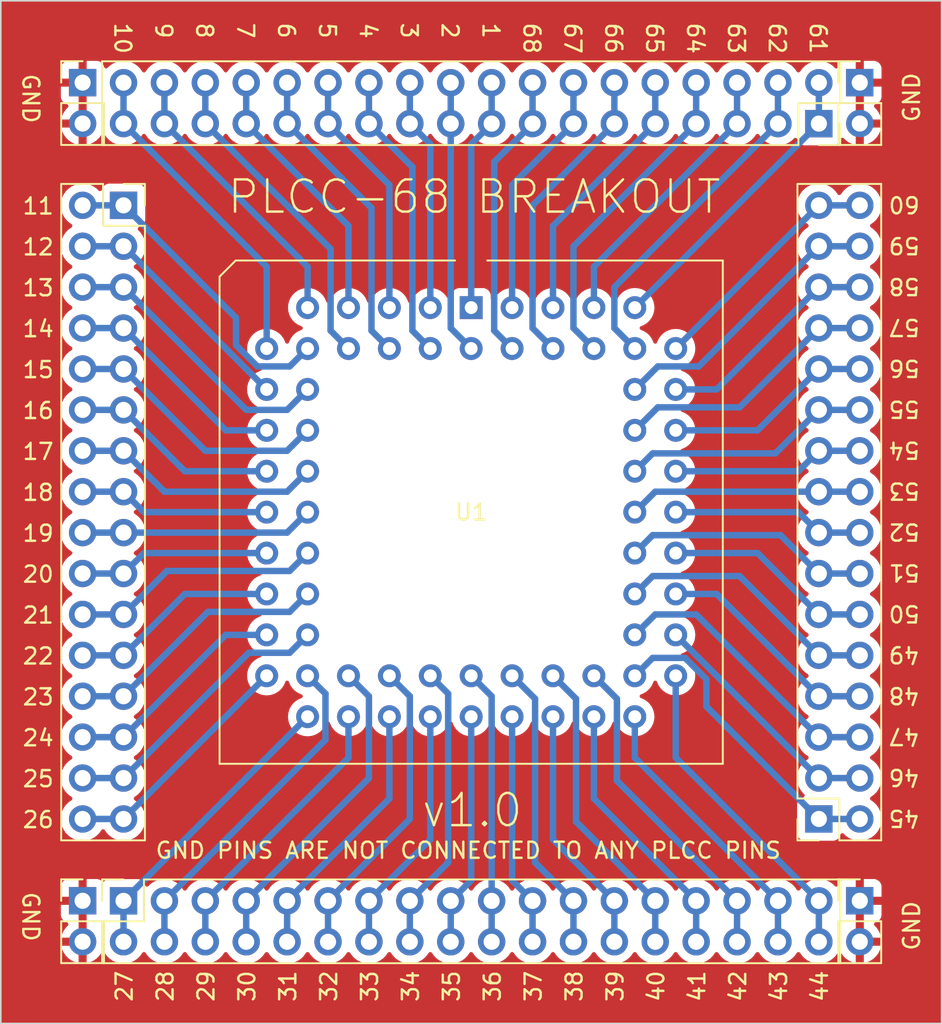
<source format=kicad_pcb>
(kicad_pcb (version 20221018) (generator pcbnew)
  (layers (0 "F.Cu" signal) (31 "B.Cu" signal) (34 "B.Paste" user) (35 "F.Paste" user) (36 "B.SilkS" user "B.Silkscreen") (37 "F.SilkS" user "F.Silkscreen") (38 "B.Mask" user) (39 "F.Mask" user) (44 "Edge.Cuts" user))
  (net 0 "")
  (net 1 "/1")
  (net 2 "/2")
  (net 3 "/3")
  (net 4 "/4")
  (net 5 "/5")
  (net 6 "/6")
  (net 7 "/7")
  (net 8 "/8")
  (net 9 "/9")
  (net 10 "/10")
  (net 11 "/11")
  (net 12 "/12")
  (net 13 "/13")
  (net 14 "/14")
  (net 15 "/15")
  (net 16 "/16")
  (net 17 "/17")
  (net 18 "/18")
  (net 19 "/19")
  (net 20 "/20")
  (net 21 "/21")
  (net 22 "/22")
  (net 23 "/23")
  (net 24 "/24")
  (net 25 "/25")
  (net 26 "/26")
  (net 27 "/27")
  (net 28 "/28")
  (net 29 "/29")
  (net 30 "/30")
  (net 31 "/31")
  (net 32 "/32")
  (net 33 "/33")
  (net 34 "/34")
  (net 35 "/35")
  (net 36 "/36")
  (net 37 "/37")
  (net 38 "/38")
  (net 39 "/39")
  (net 40 "/40")
  (net 41 "/41")
  (net 42 "/42")
  (net 43 "/43")
  (net 44 "/44")
  (net 45 "/45")
  (net 46 "/46")
  (net 47 "/47")
  (net 48 "/48")
  (net 49 "/49")
  (net 50 "/50")
  (net 51 "/51")
  (net 52 "/52")
  (net 53 "/53")
  (net 54 "/54")
  (net 55 "/55")
  (net 56 "/56")
  (net 57 "/57")
  (net 58 "/58")
  (net 59 "/59")
  (net 60 "/60")
  (net 61 "/61")
  (net 62 "/62")
  (net 63 "/63")
  (net 64 "/64")
  (net 65 "/65")
  (net 66 "/66")
  (net 67 "/67")
  (net 68 "/68")
  (net 69 "GND")
  (footprint "Package_LCC:PLCC-68_THT-Socket" (layer "F.Cu") (at 138.43 85.09)
    (fp_text reference "U1")
    (fp_text value "Generic_68_Pins")
  )
  (footprint "Connector_PinSocket_2.54mm:PinSocket_2x18_P2.54mm_Vertical" (layer "F.Cu") (at 160.02 73.665 -90)
    (fp_text reference "J1" hide)
    (fp_text value "Conn_02x18_Odd_Even" hide)
  )
  (footprint "Connector_PinSocket_2.54mm:PinSocket_2x16_P2.54mm_Vertical" (layer "F.Cu") (at 160.02 116.84 180)
    (fp_text reference "J4" hide)
    (fp_text value "Conn_02x16_Odd_Even" hide)
  )
  (footprint "Connector_PinHeader_2.54mm:PinHeader_1x02_P2.54mm_Vertical" (layer "F.Cu") (at 162.56 71.12)
    (fp_text reference "J8" hide)
    (fp_text value "Conn_01x02" hide)
  )
  (footprint "Connector_PinHeader_2.54mm:PinHeader_1x02_P2.54mm_Vertical" (layer "F.Cu") (at 114.3 71.12)
    (fp_text reference "J5" hide)
    (fp_text value "Conn_01x02" hide)
  )
  (footprint "Connector_PinHeader_2.54mm:PinHeader_1x02_P2.54mm_Vertical" (layer "F.Cu") (at 114.3 121.92)
    (fp_text reference "J6" hide)
    (fp_text value "Conn_01x02" hide)
  )
  (footprint "Connector_PinHeader_2.54mm:PinHeader_1x02_P2.54mm_Vertical" (layer "F.Cu") (at 162.56 121.92)
    (fp_text reference "J7" hide)
    (fp_text value "Conn_01x02" hide)
  )
  (footprint "Connector_PinSocket_2.54mm:PinSocket_2x18_P2.54mm_Vertical" (layer "F.Cu") (at 116.84 121.925 90)
    (fp_text reference "J3" hide)
    (fp_text value "Conn_02x18_Odd_Even" hide)
  )
  (footprint "Connector_PinSocket_2.54mm:PinSocket_2x16_P2.54mm_Vertical" (layer "F.Cu") (at 116.84 78.74)
    (fp_text reference "J2" hide)
    (fp_text value "Conn_02x16_Odd_Even" hide)
  )
  (gr_rect (start 109.22 66.04) (end 167.64 129.54) (stroke (width 0.1)) (fill none) (layer "Edge.Cuts"))
  (gr_text "GND" (at 110.49 70.485 -90) (layer "F.SilkS") (effects (font (size 1 1)) (justify left bottom)))
  (gr_text "28" (at 120.015 128.275 90) (layer "F.SilkS") (effects (font (size 1 1)) (justify left bottom)))
  (gr_text "11" (at 110.49 79.375) (layer "F.SilkS") (effects (font (size 1 1)) (justify left bottom)))
  (gr_text "38" (at 145.415 128.275 90) (layer "F.SilkS") (effects (font (size 1 1)) (justify left bottom)))
  (gr_text "39" (at 147.955 128.275 90) (layer "F.SilkS") (effects (font (size 1 1)) (justify left bottom)))
  (gr_text "43" (at 158.115 128.275 90) (layer "F.SilkS") (effects (font (size 1 1)) (justify left bottom)))
  (gr_text "8" (at 121.285 67.315 -90) (layer "F.SilkS") (effects (font (size 1 1)) (justify left bottom)))
  (gr_text "PLCC-68 BREAKOUT" (at 123.19 79.38) (layer "F.SilkS") (effects (font (size 2 2)) (justify left bottom)))
  (gr_text "48" (at 166.37 108.585 180) (layer "F.SilkS") (effects (font (size 1 1)) (justify left bottom)))
  (gr_text "56" (at 166.37 88.265 180) (layer "F.SilkS") (effects (font (size 1 1)) (justify left bottom)))
  (gr_text "21" (at 110.49 104.775) (layer "F.SilkS") (effects (font (size 1 1)) (justify left bottom)))
  (gr_text "63" (at 154.305 67.315 -90) (layer "F.SilkS") (effects (font (size 1 1)) (justify left bottom)))
  (gr_text "30" (at 125.095 128.275 90) (layer "F.SilkS") (effects (font (size 1 1)) (justify left bottom)))
  (gr_text "25" (at 110.49 114.935) (layer "F.SilkS") (effects (font (size 1 1)) (justify left bottom)))
  (gr_text "51" (at 166.37 100.965 180) (layer "F.SilkS") (effects (font (size 1 1)) (justify left bottom)))
  (gr_text "29" (at 122.555 128.275 90) (layer "F.SilkS") (effects (font (size 1 1)) (justify left bottom)))
  (gr_text "14" (at 110.49 86.995) (layer "F.SilkS") (effects (font (size 1 1)) (justify left bottom)))
  (gr_text "20" (at 110.49 102.235) (layer "F.SilkS") (effects (font (size 1 1)) (justify left bottom)))
  (gr_text "36" (at 140.335 128.275 90) (layer "F.SilkS") (effects (font (size 1 1)) (justify left bottom)))
  (gr_text "46" (at 166.37 113.665 180) (layer "F.SilkS") (effects (font (size 1 1)) (justify left bottom)))
  (gr_text "61" (at 159.385 67.315 -90) (layer "F.SilkS") (effects (font (size 1 1)) (justify left bottom)))
  (gr_text "50" (at 166.37 103.505 180) (layer "F.SilkS") (effects (font (size 1 1)) (justify left bottom)))
  (gr_text "3" (at 133.985 67.315 -90) (layer "F.SilkS") (effects (font (size 1 1)) (justify left bottom)))
  (gr_text "GND" (at 166.37 125.095 90) (layer "F.SilkS") (effects (font (size 1 1)) (justify left bottom)))
  (gr_text "52" (at 166.37 98.425 180) (layer "F.SilkS") (effects (font (size 1 1)) (justify left bottom)))
  (gr_text "54" (at 166.37 93.345 180) (layer "F.SilkS") (effects (font (size 1 1)) (justify left bottom)))
  (gr_text "35" (at 137.795 128.275 90) (layer "F.SilkS") (effects (font (size 1 1)) (justify left bottom)))
  (gr_text "47" (at 166.37 111.125 180) (layer "F.SilkS") (effects (font (size 1 1)) (justify left bottom)))
  (gr_text "4" (at 131.445 67.315 -90) (layer "F.SilkS") (effects (font (size 1 1)) (justify left bottom)))
  (gr_text "49" (at 166.37 106.045 180) (layer "F.SilkS") (effects (font (size 1 1)) (justify left bottom)))
  (gr_text "GND" (at 110.49 121.285 -90) (layer "F.SilkS") (effects (font (size 1 1)) (justify left bottom)))
  (gr_text "32" (at 130.175 128.275 90) (layer "F.SilkS") (effects (font (size 1 1)) (justify left bottom)))
  (gr_text "33" (at 132.715 128.275 90) (layer "F.SilkS") (effects (font (size 1 1)) (justify left bottom)))
  (gr_text "19" (at 110.49 99.695) (layer "F.SilkS") (effects (font (size 1 1)) (justify left bottom)))
  (gr_text "41" (at 153.035 128.275 90) (layer "F.SilkS") (effects (font (size 1 1)) (justify left bottom)))
  (gr_text "55" (at 166.37 90.805 180) (layer "F.SilkS") (effects (font (size 1 1)) (justify left bottom)))
  (gr_text "5" (at 128.905 67.315 -90) (layer "F.SilkS") (effects (font (size 1 1)) (justify left bottom)))
  (gr_text "65" (at 149.225 67.315 -90) (layer "F.SilkS") (effects (font (size 1 1)) (justify left bottom)))
  (gr_text "58" (at 166.37 83.185 180) (layer "F.SilkS") (effects (font (size 1 1)) (justify left bottom)))
  (gr_text "44" (at 160.655 128.275 90) (layer "F.SilkS") (effects (font (size 1 1)) (justify left bottom)))
  (gr_text "42" (at 155.575 128.275 90) (layer "F.SilkS") (effects (font (size 1 1)) (justify left bottom)))
  (gr_text "23" (at 110.49 109.855) (layer "F.SilkS") (effects (font (size 1 1)) (justify left bottom)))
  (gr_text "57" (at 166.37 85.725 180) (layer "F.SilkS") (effects (font (size 1 1)) (justify left bottom)))
  (gr_text "62" (at 156.845 67.315 -90) (layer "F.SilkS") (effects (font (size 1 1)) (justify left bottom)))
  (gr_text "68" (at 141.605 67.315 -90) (layer "F.SilkS") (effects (font (size 1 1)) (justify left bottom)))
  (gr_text "34" (at 135.255 128.275 90) (layer "F.SilkS") (effects (font (size 1 1)) (justify left bottom)))
  (gr_text "31" (at 127.635 128.275 90) (layer "F.SilkS") (effects (font (size 1 1)) (justify left bottom)))
  (gr_text "7" (at 123.825 67.315 -90) (layer "F.SilkS") (effects (font (size 1 1)) (justify left bottom)))
  (gr_text "64" (at 151.765 67.315 -90) (layer "F.SilkS") (effects (font (size 1 1)) (justify left bottom)))
  (gr_text "10" (at 116.205 67.315 -90) (layer "F.SilkS") (effects (font (size 1 1)) (justify left bottom)))
  (gr_text "9" (at 118.745 67.315 -90) (layer "F.SilkS") (effects (font (size 1 1)) (justify left bottom)))
  (gr_text "67" (at 144.145 67.315 -90) (layer "F.SilkS") (effects (font (size 1 1)) (justify left bottom)))
  (gr_text "2" (at 136.525 67.315 -90) (layer "F.SilkS") (effects (font (size 1 1)) (justify left bottom)))
  (gr_text "6" (at 126.365 67.315 -90) (layer "F.SilkS") (effects (font (size 1 1)) (justify left bottom)))
  (gr_text "53" (at 166.37 95.885 180) (layer "F.SilkS") (effects (font (size 1 1)) (justify left bottom)))
  (gr_text "22" (at 110.49 107.315) (layer "F.SilkS") (effects (font (size 1 1)) (justify left bottom)))
  (gr_text "1" (at 139.065 67.315 -90) (layer "F.SilkS") (effects (font (size 1 1)) (justify left bottom)))
  (gr_text "37" (at 142.875 128.275 90) (layer "F.SilkS") (effects (font (size 1 1)) (justify left bottom)))
  (gr_text "18" (at 110.49 97.155) (layer "F.SilkS") (effects (font (size 1 1)) (justify left bottom)))
  (gr_text "26" (at 110.49 117.475) (layer "F.SilkS") (effects (font (size 1 1)) (justify left bottom)))
  (gr_text "16" (at 110.49 92.075) (layer "F.SilkS") (effects (font (size 1 1)) (justify left bottom)))
  (gr_text "59" (at 166.37 80.645 180) (layer "F.SilkS") (effects (font (size 1 1)) (justify left bottom)))
  (gr_text "15" (at 110.49 89.535) (layer "F.SilkS") (effects (font (size 1 1)) (justify left bottom)))
  (gr_text "24" (at 110.49 112.395) (layer "F.SilkS") (effects (font (size 1 1)) (justify left bottom)))
  (gr_text "GND" (at 166.37 73.66 90) (layer "F.SilkS") (effects (font (size 1 1)) (justify left bottom)))
  (gr_text "12" (at 110.49 81.915) (layer "F.SilkS") (effects (font (size 1 1)) (justify left bottom)))
  (gr_text "13" (at 110.49 84.455) (layer "F.SilkS") (effects (font (size 1 1)) (justify left bottom)))
  (gr_text "27" (at 117.475 128.275 90) (layer "F.SilkS") (effects (font (size 1 1)) (justify left bottom)))
  (gr_text "45" (at 166.37 116.205 180) (layer "F.SilkS") (effects (font (size 1 1)) (justify left bottom)))
  (gr_text "60" (at 166.37 78.105 180) (layer "F.SilkS") (effects (font (size 1 1)) (justify left bottom)))
  (gr_text "GND PINS ARE NOT CONNECTED TO ANY PLCC PINS" (at 118.745 119.38) (layer "F.SilkS") (effects (font (size 1 1)) (justify left bottom)))
  (gr_text "40" (at 150.495 128.275 90) (layer "F.SilkS") (effects (font (size 1 1)) (justify left bottom)))
  (gr_text "17" (at 110.49 94.615) (layer "F.SilkS") (effects (font (size 1 1)) (justify left bottom)))
  (gr_text "v1.0" (at 135.255 117.475) (layer "F.SilkS") (effects (font (size 2 2)) (justify left bottom)))
  (gr_text "66" (at 146.685 67.315 -90) (layer "F.SilkS") (effects (font (size 1 1)) (justify left bottom)))
  (segment (start 139.7 71.125) (end 139.7 73.665) (width 0.4) (layer "B.Cu") (net 1))
  (segment (start 138.43 74.935) (end 139.7 73.665) (width 0.4) (layer "B.Cu") (net 1))
  (segment (start 138.43 85.09) (end 138.43 74.935) (width 0.4) (layer "B.Cu") (net 1))
  (segment (start 138.43 87.63) (end 137.16 86.36) (width 0.4) (layer "B.Cu") (net 2))
  (segment (start 137.16 71.125) (end 137.16 73.665) (width 0.4) (layer "B.Cu") (net 2))
  (segment (start 137.16 86.36) (end 137.16 73.665) (width 0.4) (layer "B.Cu") (net 2))
  (segment (start 135.89 74.935) (end 134.62 73.665) (width 0.4) (layer "B.Cu") (net 3))
  (segment (start 135.89 85.09) (end 135.89 74.935) (width 0.4) (layer "B.Cu") (net 3))
  (segment (start 134.62 71.125) (end 134.62 73.665) (width 0.4) (layer "B.Cu") (net 3))
  (segment (start 132.08 71.125) (end 132.08 73.665) (width 0.4) (layer "B.Cu") (net 4))
  (segment (start 134.7788 86.5188) (end 134.7788 76.3638) (width 0.4) (layer "B.Cu") (net 4))
  (segment (start 134.7788 76.3638) (end 132.08 73.665) (width 0.4) (layer "B.Cu") (net 4))
  (segment (start 135.89 87.63) (end 134.7788 86.5188) (width 0.4) (layer "B.Cu") (net 4))
  (segment (start 133.35 77.475) (end 129.54 73.665) (width 0.4) (layer "B.Cu") (net 5))
  (segment (start 133.35 85.09) (end 133.35 77.475) (width 0.4) (layer "B.Cu") (net 5))
  (segment (start 129.54 71.125) (end 129.54 73.665) (width 0.4) (layer "B.Cu") (net 5))
  (segment (start 132.2388 86.5188) (end 132.2388 78.9038) (width 0.4) (layer "B.Cu") (net 6))
  (segment (start 127 71.125) (end 127 73.665) (width 0.4) (layer "B.Cu") (net 6))
  (segment (start 132.2388 78.9038) (end 127 73.665) (width 0.4) (layer "B.Cu") (net 6))
  (segment (start 133.35 87.63) (end 132.2388 86.5188) (width 0.4) (layer "B.Cu") (net 6))
  (segment (start 124.46 71.125) (end 124.46 73.665) (width 0.4) (layer "B.Cu") (net 7))
  (segment (start 130.81 80.015) (end 124.46 73.665) (width 0.4) (layer "B.Cu") (net 7))
  (segment (start 130.81 85.09) (end 130.81 80.015) (width 0.4) (layer "B.Cu") (net 7))
  (segment (start 130.81 87.63) (end 129.6988 86.5188) (width 0.4) (layer "B.Cu") (net 8))
  (segment (start 129.6988 86.5188) (end 129.6988 81.4438) (width 0.4) (layer "B.Cu") (net 8))
  (segment (start 129.6988 81.4438) (end 121.92 73.665) (width 0.4) (layer "B.Cu") (net 8))
  (segment (start 121.92 71.125) (end 121.92 73.665) (width 0.4) (layer "B.Cu") (net 8))
  (segment (start 128.27 85.09) (end 128.27 82.555) (width 0.4) (layer "B.Cu") (net 9))
  (segment (start 128.27 82.555) (end 119.38 73.665) (width 0.4) (layer "B.Cu") (net 9))
  (segment (start 119.38 71.125) (end 119.38 73.665) (width 0.4) (layer "B.Cu") (net 9))
  (segment (start 125.73 87.63) (end 125.73 82.555) (width 0.4) (layer "B.Cu") (net 10))
  (segment (start 116.84 71.125) (end 116.84 73.665) (width 0.4) (layer "B.Cu") (net 10))
  (segment (start 125.73 82.555) (end 116.84 73.665) (width 0.4) (layer "B.Cu") (net 10))
  (segment (start 125.149728 88.7412) (end 123.825 87.416472) (width 0.4) (layer "B.Cu") (net 11))
  (segment (start 123.825 87.416472) (end 123.825 85.725) (width 0.4) (layer "B.Cu") (net 11))
  (segment (start 114.3 78.74) (end 116.84 78.74) (width 0.4) (layer "B.Cu") (net 11))
  (segment (start 128.27 87.63) (end 127.1588 88.7412) (width 0.4) (layer "B.Cu") (net 11))
  (segment (start 127.1588 88.7412) (end 125.149728 88.7412) (width 0.4) (layer "B.Cu") (net 11))
  (segment (start 123.825 85.725) (end 116.84 78.74) (width 0.4) (layer "B.Cu") (net 11))
  (segment (start 114.3 81.28) (end 116.84 81.28) (width 0.4) (layer "B.Cu") (net 12))
  (segment (start 125.73 90.17) (end 116.84 81.28) (width 0.4) (layer "B.Cu") (net 12))
  (segment (start 127 91.44) (end 124.46 91.44) (width 0.4) (layer "B.Cu") (net 13))
  (segment (start 116.84 83.82) (end 114.3 83.82) (width 0.4) (layer "B.Cu") (net 13))
  (segment (start 124.46 91.44) (end 116.84 83.82) (width 0.4) (layer "B.Cu") (net 13))
  (segment (start 128.27 90.17) (end 127 91.44) (width 0.4) (layer "B.Cu") (net 13))
  (segment (start 123.19 92.71) (end 116.84 86.36) (width 0.4) (layer "B.Cu") (net 14))
  (segment (start 114.3 86.36) (end 116.84 86.36) (width 0.4) (layer "B.Cu") (net 14))
  (segment (start 125.73 92.71) (end 123.19 92.71) (width 0.4) (layer "B.Cu") (net 14))
  (segment (start 127 93.98) (end 121.92 93.98) (width 0.4) (layer "B.Cu") (net 15))
  (segment (start 116.84 88.9) (end 114.3 88.9) (width 0.4) (layer "B.Cu") (net 15))
  (segment (start 121.92 93.98) (end 116.84 88.9) (width 0.4) (layer "B.Cu") (net 15))
  (segment (start 128.27 92.71) (end 127 93.98) (width 0.4) (layer "B.Cu") (net 15))
  (segment (start 114.3 91.44) (end 116.84 91.44) (width 0.4) (layer "B.Cu") (net 16))
  (segment (start 120.65 95.25) (end 116.84 91.44) (width 0.4) (layer "B.Cu") (net 16))
  (segment (start 125.73 95.25) (end 120.65 95.25) (width 0.4) (layer "B.Cu") (net 16))
  (segment (start 119.38 96.52) (end 116.84 93.98) (width 0.4) (layer "B.Cu") (net 17))
  (segment (start 114.3 93.98) (end 116.84 93.98) (width 0.4) (layer "B.Cu") (net 17))
  (segment (start 128.27 95.25) (end 127 96.52) (width 0.4) (layer "B.Cu") (net 17))
  (segment (start 127 96.52) (end 119.38 96.52) (width 0.4) (layer "B.Cu") (net 17))
  (segment (start 118.11 97.79) (end 116.84 96.52) (width 0.4) (layer "B.Cu") (net 18))
  (segment (start 125.73 97.79) (end 118.11 97.79) (width 0.4) (layer "B.Cu") (net 18))
  (segment (start 116.84 96.52) (end 114.3 96.52) (width 0.4) (layer "B.Cu") (net 18))
  (segment (start 116.84 99.06) (end 127 99.06) (width 0.4) (layer "B.Cu") (net 19))
  (segment (start 114.3 99.06) (end 116.84 99.06) (width 0.4) (layer "B.Cu") (net 19))
  (segment (start 127 99.06) (end 128.27 97.79) (width 0.4) (layer "B.Cu") (net 19))
  (segment (start 114.3 101.6) (end 116.84 101.6) (width 0.4) (layer "B.Cu") (net 20))
  (segment (start 118.11 100.33) (end 125.73 100.33) (width 0.4) (layer "B.Cu") (net 20))
  (segment (start 116.84 101.6) (end 118.11 100.33) (width 0.4) (layer "B.Cu") (net 20))
  (segment (start 119.5388 101.4412) (end 127.1588 101.4412) (width 0.4) (layer "B.Cu") (net 21))
  (segment (start 116.84 104.14) (end 114.3 104.14) (width 0.4) (layer "B.Cu") (net 21))
  (segment (start 116.84 104.14) (end 119.5388 101.4412) (width 0.4) (layer "B.Cu") (net 21))
  (segment (start 127.1588 101.4412) (end 128.27 100.33) (width 0.4) (layer "B.Cu") (net 21))
  (segment (start 114.3 106.68) (end 116.84 106.68) (width 0.4) (layer "B.Cu") (net 22))
  (segment (start 116.84 106.68) (end 120.65 102.87) (width 0.4) (layer "B.Cu") (net 22))
  (segment (start 120.65 102.87) (end 125.73 102.87) (width 0.4) (layer "B.Cu") (net 22))
  (segment (start 127.1588 103.9812) (end 128.27 102.87) (width 0.4) (layer "B.Cu") (net 23))
  (segment (start 122.0788 103.9812) (end 127.1588 103.9812) (width 0.4) (layer "B.Cu") (net 23))
  (segment (start 116.84 109.22) (end 122.0788 103.9812) (width 0.4) (layer "B.Cu") (net 23))
  (segment (start 116.84 109.22) (end 114.3 109.22) (width 0.4) (layer "B.Cu") (net 23))
  (segment (start 116.84 111.76) (end 123.19 105.41) (width 0.4) (layer "B.Cu") (net 24))
  (segment (start 123.19 105.41) (end 125.73 105.41) (width 0.4) (layer "B.Cu") (net 24))
  (segment (start 114.3 111.76) (end 116.84 111.76) (width 0.4) (layer "B.Cu") (net 24))
  (segment (start 116.84 114.3) (end 124.6188 106.5212) (width 0.4) (layer "B.Cu") (net 25))
  (segment (start 124.6188 106.5212) (end 127.1588 106.5212) (width 0.4) (layer "B.Cu") (net 25))
  (segment (start 116.84 114.3) (end 114.3 114.3) (width 0.4) (layer "B.Cu") (net 25))
  (segment (start 127.1588 106.5212) (end 128.27 105.41) (width 0.4) (layer "B.Cu") (net 25))
  (segment (start 114.3 116.84) (end 116.84 116.84) (width 0.4) (layer "B.Cu") (net 26))
  (segment (start 116.84 116.84) (end 125.73 107.95) (width 0.4) (layer "B.Cu") (net 26))
  (segment (start 116.84 121.92) (end 128.27 110.49) (width 0.4) (layer "B.Cu") (net 27))
  (segment (start 116.84 121.925) (end 116.84 124.465) (width 0.4) (layer "B.Cu") (net 27))
  (segment (start 116.84 121.925) (end 116.84 121.92) (width 0.4) (layer "B.Cu") (net 27))
  (segment (start 119.38 121.925) (end 129.3812 111.9238) (width 0.4) (layer "B.Cu") (net 28))
  (segment (start 119.38 121.925) (end 119.38 124.465) (width 0.4) (layer "B.Cu") (net 28))
  (segment (start 129.3812 109.0612) (end 128.27 107.95) (width 0.4) (layer "B.Cu") (net 28))
  (segment (start 129.3812 111.9238) (end 129.3812 109.0612) (width 0.4) (layer "B.Cu") (net 28))
  (segment (start 130.81 113.035) (end 121.92 121.925) (width 0.4) (layer "B.Cu") (net 29))
  (segment (start 121.92 121.925) (end 121.92 124.465) (width 0.4) (layer "B.Cu") (net 29))
  (segment (start 130.81 110.49) (end 130.81 113.035) (width 0.4) (layer "B.Cu") (net 29))
  (segment (start 124.46 121.925) (end 132.08 114.305) (width 0.4) (layer "B.Cu") (net 30))
  (segment (start 132.08 109.22) (end 130.81 107.95) (width 0.4) (layer "B.Cu") (net 30))
  (segment (start 124.46 121.925) (end 124.46 124.465) (width 0.4) (layer "B.Cu") (net 30))
  (segment (start 132.08 114.305) (end 132.08 109.22) (width 0.4) (layer "B.Cu") (net 30))
  (segment (start 127 121.925) (end 127 124.465) (width 0.4) (layer "B.Cu") (net 31))
  (segment (start 127 121.925) (end 133.35 115.575) (width 0.4) (layer "B.Cu") (net 31))
  (segment (start 133.35 115.575) (end 133.35 110.49) (width 0.4) (layer "B.Cu") (net 31))
  (segment (start 129.54 121.925) (end 134.62 116.845) (width 0.4) (layer "B.Cu") (net 32))
  (segment (start 134.62 109.22) (end 133.35 107.95) (width 0.4) (layer "B.Cu") (net 32))
  (segment (start 134.62 116.845) (end 134.62 109.22) (width 0.4) (layer "B.Cu") (net 32))
  (segment (start 129.54 121.925) (end 129.54 124.465) (width 0.4) (layer "B.Cu") (net 32))
  (segment (start 135.89 110.49) (end 135.89 118.115) (width 0.4) (layer "B.Cu") (net 33))
  (segment (start 135.89 118.115) (end 132.08 121.925) (width 0.4) (layer "B.Cu") (net 33))
  (segment (start 132.08 121.925) (end 132.08 124.465) (width 0.4) (layer "B.Cu") (net 33))
  (segment (start 135.89 107.95) (end 137.0012 109.0612) (width 0.4) (layer "B.Cu") (net 34))
  (segment (start 134.62 121.925) (end 134.62 124.465) (width 0.4) (layer "B.Cu") (net 34))
  (segment (start 137.0012 119.5438) (end 134.62 121.925) (width 0.4) (layer "B.Cu") (net 34))
  (segment (start 137.0012 109.0612) (end 137.0012 119.5438) (width 0.4) (layer "B.Cu") (net 34))
  (segment (start 138.43 110.49) (end 138.43 120.655) (width 0.4) (layer "B.Cu") (net 35))
  (segment (start 138.43 120.655) (end 137.16 121.925) (width 0.4) (layer "B.Cu") (net 35))
  (segment (start 137.16 121.925) (end 137.16 124.465) (width 0.4) (layer "B.Cu") (net 35))
  (segment (start 139.7 109.22) (end 139.7 121.925) (width 0.4) (layer "B.Cu") (net 36))
  (segment (start 139.7 121.925) (end 139.7 124.465) (width 0.4) (layer "B.Cu") (net 36))
  (segment (start 138.43 107.95) (end 139.7 109.22) (width 0.4) (layer "B.Cu") (net 36))
  (segment (start 140.97 110.49) (end 140.97 120.655) (width 0.4) (layer "B.Cu") (net 37))
  (segment (start 142.24 121.925) (end 142.24 124.465) (width 0.4) (layer "B.Cu") (net 37))
  (segment (start 140.97 120.655) (end 142.24 121.925) (width 0.4) (layer "B.Cu") (net 37))
  (segment (start 140.97 107.95) (end 142.3988 109.3788) (width 0.4) (layer "B.Cu") (net 38))
  (segment (start 144.78 121.925) (end 144.78 124.465) (width 0.4) (layer "B.Cu") (net 38))
  (segment (start 142.3988 119.5438) (end 144.78 121.925) (width 0.4) (layer "B.Cu") (net 38))
  (segment (start 142.3988 109.3788) (end 142.3988 119.5438) (width 0.4) (layer "B.Cu") (net 38))
  (segment (start 143.51 118.115) (end 147.32 121.925) (width 0.4) (layer "B.Cu") (net 39))
  (segment (start 143.51 110.49) (end 143.51 118.115) (width 0.4) (layer "B.Cu") (net 39))
  (segment (start 147.32 121.925) (end 147.32 124.465) (width 0.4) (layer "B.Cu") (net 39))
  (segment (start 144.9388 109.3788) (end 144.9388 117.0038) (width 0.4) (layer "B.Cu") (net 40))
  (segment (start 149.86 121.925) (end 149.86 124.465) (width 0.4) (layer "B.Cu") (net 40))
  (segment (start 143.51 107.95) (end 144.9388 109.3788) (width 0.4) (layer "B.Cu") (net 40))
  (segment (start 144.9388 117.0038) (end 149.86 121.925) (width 0.4) (layer "B.Cu") (net 40))
  (segment (start 146.05 115.575) (end 152.4 121.925) (width 0.4) (layer "B.Cu") (net 41))
  (segment (start 152.4 121.925) (end 152.4 124.465) (width 0.4) (layer "B.Cu") (net 41))
  (segment (start 146.05 110.49) (end 146.05 115.575) (width 0.4) (layer "B.Cu") (net 41))
  (segment (start 147.4788 114.4638) (end 154.94 121.925) (width 0.4) (layer "B.Cu") (net 42))
  (segment (start 147.4788 109.3788) (end 147.4788 114.4638) (width 0.4) (layer "B.Cu") (net 42))
  (segment (start 154.94 121.925) (end 154.94 124.465) (width 0.4) (layer "B.Cu") (net 42))
  (segment (start 146.05 107.95) (end 147.4788 109.3788) (width 0.4) (layer "B.Cu") (net 42))
  (segment (start 148.59 113.035) (end 157.48 121.925) (width 0.4) (layer "B.Cu") (net 43))
  (segment (start 148.59 110.49) (end 148.59 113.035) (width 0.4) (layer "B.Cu") (net 43))
  (segment (start 157.48 121.925) (end 157.48 124.465) (width 0.4) (layer "B.Cu") (net 43))
  (segment (start 160.02 124.465) (end 160.02 121.925) (width 0.4) (layer "B.Cu") (net 44))
  (segment (start 151.13 107.95) (end 151.13 113.035) (width 0.4) (layer "B.Cu") (net 44))
  (segment (start 151.13 113.035) (end 160.02 121.925) (width 0.4) (layer "B.Cu") (net 44))
  (segment (start 162.56 116.84) (end 160.02 116.84) (width 0.4) (layer "B.Cu") (net 45))
  (segment (start 148.59 107.95) (end 149.7012 106.8388) (width 0.4) (layer "B.Cu") (net 45))
  (segment (start 153.035 108.163528) (end 153.035 109.855) (width 0.4) (layer "B.Cu") (net 45))
  (segment (start 149.7012 106.8388) (end 151.710272 106.8388) (width 0.4) (layer "B.Cu") (net 45))
  (segment (start 153.035 109.855) (end 160.02 116.84) (width 0.4) (layer "B.Cu") (net 45))
  (segment (start 151.710272 106.8388) (end 153.035 108.163528) (width 0.4) (layer "B.Cu") (net 45))
  (segment (start 151.13 105.41) (end 160.02 114.3) (width 0.4) (layer "B.Cu") (net 46))
  (segment (start 160.02 114.3) (end 162.56 114.3) (width 0.4) (layer "B.Cu") (net 46))
  (segment (start 149.86 104.14) (end 148.59 105.41) (width 0.4) (layer "B.Cu") (net 47))
  (segment (start 162.56 111.76) (end 160.02 111.76) (width 0.4) (layer "B.Cu") (net 47))
  (segment (start 152.4 104.14) (end 149.86 104.14) (width 0.4) (layer "B.Cu") (net 47))
  (segment (start 160.02 111.76) (end 152.4 104.14) (width 0.4) (layer "B.Cu") (net 47))
  (segment (start 160.02 109.22) (end 153.67 102.87) (width 0.4) (layer "B.Cu") (net 48))
  (segment (start 162.56 109.22) (end 160.02 109.22) (width 0.4) (layer "B.Cu") (net 48))
  (segment (start 153.67 102.87) (end 151.13 102.87) (width 0.4) (layer "B.Cu") (net 48))
  (segment (start 155.0988 101.7588) (end 160.02 106.68) (width 0.4) (layer "B.Cu") (net 49))
  (segment (start 160.02 106.68) (end 162.56 106.68) (width 0.4) (layer "B.Cu") (net 49))
  (segment (start 149.7012 101.7588) (end 155.0988 101.7588) (width 0.4) (layer "B.Cu") (net 49))
  (segment (start 148.59 102.87) (end 149.7012 101.7588) (width 0.4) (layer "B.Cu") (net 49))
  (segment (start 156.21 100.33) (end 160.02 104.14) (width 0.4) (layer "B.Cu") (net 50))
  (segment (start 151.13 100.33) (end 156.21 100.33) (width 0.4) (layer "B.Cu") (net 50))
  (segment (start 160.02 104.14) (end 162.56 104.14) (width 0.4) (layer "B.Cu") (net 50))
  (segment (start 157.6388 99.2188) (end 160.02 101.6) (width 0.4) (layer "B.Cu") (net 51))
  (segment (start 149.7012 99.2188) (end 157.6388 99.2188) (width 0.4) (layer "B.Cu") (net 51))
  (segment (start 148.59 100.33) (end 149.7012 99.2188) (width 0.4) (layer "B.Cu") (net 51))
  (segment (start 162.56 101.6) (end 160.02 101.6) (width 0.4) (layer "B.Cu") (net 51))
  (segment (start 160.02 99.06) (end 162.56 99.06) (width 0.4) (layer "B.Cu") (net 52))
  (segment (start 158.75 97.79) (end 160.02 99.06) (width 0.4) (layer "B.Cu") (net 52))
  (segment (start 151.13 97.79) (end 158.75 97.79) (width 0.4) (layer "B.Cu") (net 52))
  (segment (start 149.86 96.52) (end 160.02 96.52) (width 0.4) (layer "B.Cu") (net 53))
  (segment (start 162.56 96.52) (end 160.02 96.52) (width 0.4) (layer "B.Cu") (net 53))
  (segment (start 148.59 97.79) (end 149.86 96.52) (width 0.4) (layer "B.Cu") (net 53))
  (segment (start 158.75 95.25) (end 160.02 93.98) (width 0.4) (layer "B.Cu") (net 54))
  (segment (start 151.13 95.25) (end 158.75 95.25) (width 0.4) (layer "B.Cu") (net 54))
  (segment (start 160.02 93.98) (end 162.56 93.98) (width 0.4) (layer "B.Cu") (net 54))
  (segment (start 149.7012 94.1388) (end 157.3212 94.1388) (width 0.4) (layer "B.Cu") (net 55))
  (segment (start 148.59 95.25) (end 149.7012 94.1388) (width 0.4) (layer "B.Cu") (net 55))
  (segment (start 157.3212 94.1388) (end 160.02 91.44) (width 0.4) (layer "B.Cu") (net 55))
  (segment (start 162.56 91.44) (end 160.02 91.44) (width 0.4) (layer "B.Cu") (net 55))
  (segment (start 156.21 92.71) (end 160.02 88.9) (width 0.4) (layer "B.Cu") (net 56))
  (segment (start 151.13 92.71) (end 156.21 92.71) (width 0.4) (layer "B.Cu") (net 56))
  (segment (start 160.02 88.9) (end 162.56 88.9) (width 0.4) (layer "B.Cu") (net 56))
  (segment (start 148.59 92.71) (end 150.0188 91.2812) (width 0.4) (layer "B.Cu") (net 57))
  (segment (start 150.0188 91.2812) (end 155.0988 91.2812) (width 0.4) (layer "B.Cu") (net 57))
  (segment (start 155.0988 91.2812) (end 160.02 86.36) (width 0.4) (layer "B.Cu") (net 57))
  (segment (start 162.56 86.36) (end 160.02 86.36) (width 0.4) (layer "B.Cu") (net 57))
  (segment (start 160.02 83.82) (end 162.56 83.82) (width 0.4) (layer "B.Cu") (net 58))
  (segment (start 153.67 90.17) (end 160.02 83.82) (width 0.4) (layer "B.Cu") (net 58))
  (segment (start 151.13 90.17) (end 153.67 90.17) (width 0.4) (layer "B.Cu") (net 58))
  (segment (start 152.5588 88.7412) (end 160.02 81.28) (width 0.4) (layer "B.Cu") (net 59))
  (segment (start 150.0188 88.7412) (end 152.5588 88.7412) (width 0.4) (layer "B.Cu") (net 59))
  (segment (start 148.59 90.17) (end 150.0188 88.7412) (width 0.4) (layer "B.Cu") (net 59))
  (segment (start 162.56 81.28) (end 160.02 81.28) (width 0.4) (layer "B.Cu") (net 59))
  (segment (start 151.13 87.63) (end 160.02 78.74) (width 0.4) (layer "B.Cu") (net 60))
  (segment (start 160.02 78.74) (end 162.56 78.74) (width 0.4) (layer "B.Cu") (net 60))
  (segment (start 160.02 71.125) (end 160.02 73.665) (width 0.4) (layer "B.Cu") (net 61))
  (segment (start 160.015 73.665) (end 160.02 73.665) (width 0.4) (layer "B.Cu") (net 61))
  (segment (start 148.59 85.09) (end 160.015 73.665) (width 0.4) (layer "B.Cu") (net 61))
  (segment (start 147.32 86.36) (end 147.32 83.825) (width 0.4) (layer "B.Cu") (net 62))
  (segment (start 157.48 71.125) (end 157.48 73.665) (width 0.4) (layer "B.Cu") (net 62))
  (segment (start 147.32 83.825) (end 157.48 73.665) (width 0.4) (layer "B.Cu") (net 62))
  (segment (start 148.59 87.63) (end 147.32 86.36) (width 0.4) (layer "B.Cu") (net 62))
  (segment (start 146.05 82.555) (end 154.94 73.665) (width 0.4) (layer "B.Cu") (net 63))
  (segment (start 146.05 85.09) (end 146.05 82.555) (width 0.4) (layer "B.Cu") (net 63))
  (segment (start 154.94 71.125) (end 154.94 73.665) (width 0.4) (layer "B.Cu") (net 63))
  (segment (start 144.78 86.36) (end 144.78 81.285) (width 0.4) (layer "B.Cu") (net 64))
  (segment (start 146.05 87.63) (end 144.78 86.36) (width 0.4) (layer "B.Cu") (net 64))
  (segment (start 152.4 71.125) (end 152.4 73.665) (width 0.4) (layer "B.Cu") (net 64))
  (segment (start 144.78 81.285) (end 152.4 73.665) (width 0.4) (layer "B.Cu") (net 64))
  (segment (start 149.86 71.125) (end 149.86 73.665) (width 0.4) (layer "B.Cu") (net 65))
  (segment (start 149.86 73.665) (end 143.51 80.015) (width 0.4) (layer "B.Cu") (net 65))
  (segment (start 143.51 80.015) (end 143.51 85.09) (width 0.4) (layer "B.Cu") (net 65))
  (segment (start 143.51 87.63) (end 142.24 86.36) (width 0.4) (layer "B.Cu") (net 66))
  (segment (start 142.24 86.36) (end 142.24 78.745) (width 0.4) (layer "B.Cu") (net 66))
  (segment (start 142.24 78.745) (end 147.32 73.665) (width 0.4) (layer "B.Cu") (net 66))
  (segment (start 147.32 71.125) (end 147.32 73.665) (width 0.4) (layer "B.Cu") (net 66))
  (segment (start 144.78 71.125) (end 144.78 73.665) (width 0.4) (layer "B.Cu") (net 67))
  (segment (start 144.78 73.665) (end 140.97 77.475) (width 0.4) (layer "B.Cu") (net 67))
  (segment (start 140.97 77.475) (end 140.97 85.09) (width 0.4) (layer "B.Cu") (net 67))
  (segment (start 142.24 71.125) (end 142.24 73.665) (width 0.4) (layer "B.Cu") (net 68))
  (segment (start 140.97 87.63) (end 139.8588 86.5188) (width 0.4) (layer "B.Cu") (net 68))
  (segment (start 139.8588 86.5188) (end 139.8588 76.0462) (width 0.4) (layer "B.Cu") (net 68))
  (segment (start 139.8588 76.0462) (end 142.24 73.665) (width 0.4) (layer "B.Cu") (net 68))
  (zone (net 69) (net_name "GND") (layer "F.Cu") (connect_pads (clearance 0.5)) (min_thickness 0.25) (fill yes (thermal_gap 0.5) (thermal_bridge_width 0.5))
    (polygon (pts (xy 109.22 66.045) (xy 167.64 66.045) (xy 167.64 129.545) (xy 109.22 129.545)))
  )
)
</source>
